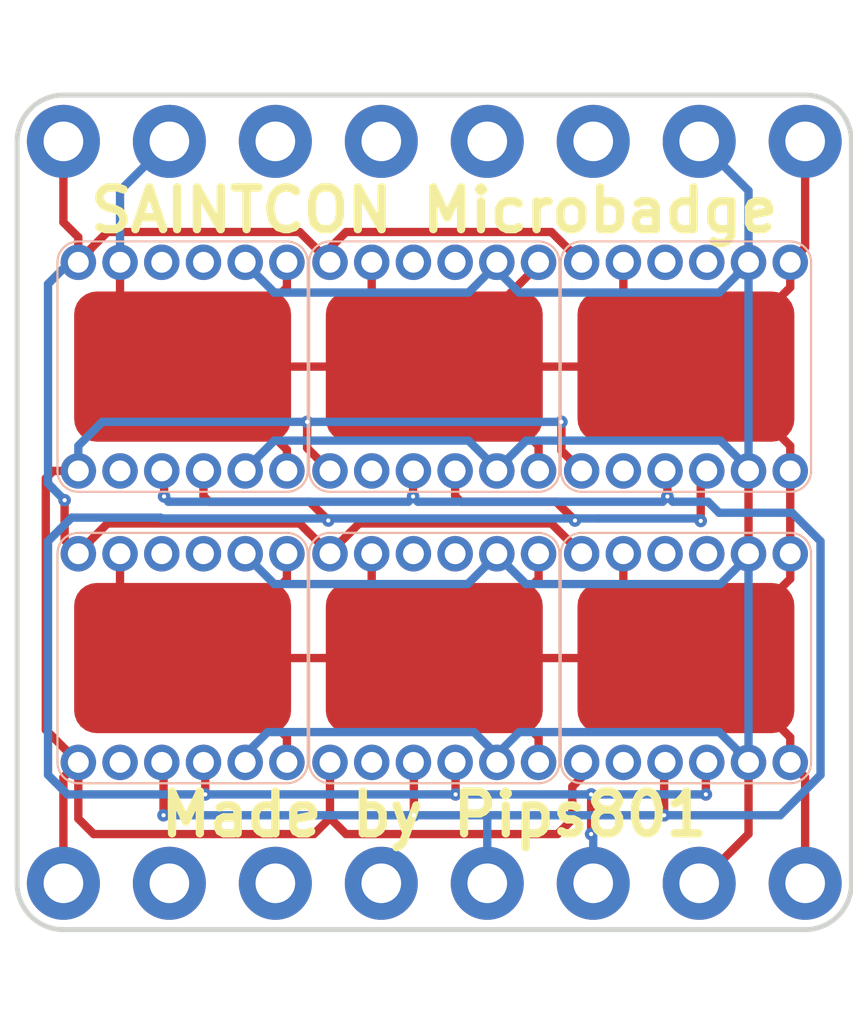
<source format=kicad_pcb>
(kicad_pcb (version 20241229) (generator "pcbnew") (generator_version "9.0")
  (layers (0 "F.Cu" signal) (2 "B.Cu" signal) (13 "F.Paste" user) (15 "B.Paste" user) (5 "F.SilkS" user "F.Silkscreen") (7 "B.SilkS" user "B.Silkscreen") (1 "F.Mask" user) (3 "B.Mask" user) (25 "Edge.Cuts" user))
  (net 0 "")
  (net 2 "+3.3V")
  (net 3 "+VBATT")
  (net 6 "GND")
  (net 7 "SCL")
  (net 8 "SDA")
  (net 9 "CLK")
  (footprint "Microbadge V2:Microbadge_V2_full_round_socket_reflective_GND" (layer "F.Cu") (at 104.4575 106.9975)
    (property "Reference" "MCB1" (hide yes))
    (property "Value" "Microbadge V2 Full" (hide yes))
    (fp_line (start -3 2.5) (end -3 -2.5) (stroke (width 0.05)) (layer "F.SilkS"))
    (fp_line (start -2.5 -3) (end 2.5 -3) (stroke (width 0.05)) (layer "F.SilkS"))
    (fp_line (start 2.5 3) (end -2.5 3) (stroke (width 0.05)) (layer "F.SilkS"))
    (fp_line (start 3 -2.5) (end 3 2.5) (stroke (width 0.05)) (layer "F.SilkS"))
    (fp_arc (start -3 -2.5) (mid -2.853553 -2.853553) (end -2.5 -3) (stroke (width 0.05)) (layer "F.SilkS"))
    (fp_arc (start -2.5 3) (mid -2.853553 2.853553) (end -3 2.5) (stroke (width 0.05)) (layer "F.SilkS"))
    (fp_arc (start 2.5 -3) (mid 2.853553 -2.853553) (end 3 -2.5) (stroke (width 0.05)) (layer "F.SilkS"))
    (fp_arc (start 3 2.5) (mid 2.853553 2.853553) (end 2.5 3) (stroke (width 0.05)) (layer "F.SilkS"))
    (fp_line (start -3 2.5) (end -3 -2.5) (stroke (width 0.05)) (layer "B.SilkS"))
    (fp_line (start -2.5 -3) (end 2.5 -3) (stroke (width 0.05)) (layer "B.SilkS"))
    (fp_line (start 2.5 3) (end -2.5 3) (stroke (width 0.05)) (layer "B.SilkS"))
    (fp_line (start 3 -2.5) (end 3 2.5) (stroke (width 0.05)) (layer "B.SilkS"))
    (fp_arc (start -3 -2.5) (mid -2.853553 -2.853553) (end -2.5 -3) (stroke (width 0.05)) (layer "B.SilkS"))
    (fp_arc (start -2.5 3) (mid -2.853553 2.853553) (end -3 2.5) (stroke (width 0.05)) (layer "B.SilkS"))
    (fp_arc (start 2.5 -3) (mid 2.853553 -2.853553) (end 3 -2.5) (stroke (width 0.05)) (layer "B.SilkS"))
    (fp_arc (start 3 2.5) (mid 2.853553 2.853553) (end 2.5 3) (stroke (width 0.05)) (layer "B.SilkS"))
    (pad "1" thru_hole circle (at -2.5 -2.5 90) (size 0.85 0.85) (drill 0.5) (layers "*.Cu" "*.Mask") (net 3 "+VBATT"))
    (pad "2" thru_hole circle (at -1.5 -2.5 90) (size 0.85 0.85) (drill 0.5) (layers "*.Cu" "*.Mask") (net 6 "GND"))
    (pad "3" thru_hole circle (at -0.5 -2.5 90) (size 0.85 0.85) (drill 0.5) (layers "*.Cu" "*.Mask"))
    (pad "4" thru_hole circle (at 0.5 -2.5 90) (size 0.85 0.85) (drill 0.5) (layers "*.Cu" "*.Mask"))
    (pad "5" thru_hole circle (at 1.5 -2.5 90) (size 0.85 0.85) (drill 0.5) (layers "*.Cu" "*.Mask") (net 2 "+3.3V"))
    (pad "6" thru_hole circle (at 2.5 -2.5 90) (size 0.85 0.85) (drill 0.5) (layers "*.Cu" "*.Mask") (net 6 "GND"))
    (pad "7" thru_hole circle (at -2.5 2.5 90) (size 0.85 0.85) (drill 0.5) (layers "*.Cu" "*.Mask") (net 9 "CLK"))
    (pad "8" thru_hole circle (at -1.5 2.5 90) (size 0.85 0.85) (drill 0.5) (layers "*.Cu" "*.Mask"))
    (pad "9" thru_hole circle (at -0.5 2.5 90) (size 0.85 0.85) (drill 0.5) (layers "*.Cu" "*.Mask") (net 7 "SCL"))
    (pad "10" thru_hole circle (at 0.5 2.5 90) (size 0.85 0.85) (drill 0.5) (layers "*.Cu" "*.Mask") (net 8 "SDA"))
    (pad "11" thru_hole circle (at 1.5 2.5 90) (size 0.85 0.85) (drill 0.5) (layers "*.Cu" "*.Mask") (net 2 "+3.3V"))
    (pad "12" smd roundrect (at 0 0) (size 5.2 3.6) (layers "F.Cu" "F.Mask" "F.Paste") (roundrect_rratio 0.15) (net 6 "GND"))
    (pad "12" thru_hole circle (at 2.5 2.5 90) (size 0.85 0.85) (drill 0.5) (layers "*.Cu" "*.Mask") (net 6 "GND"))
  )
  (footprint "Microbadge V2:Microbadge_V2_full_round_socket_reflective_GND" (layer "F.Cu") (at 110.49 113.9825)
    (property "Reference" "MCB5" (hide yes))
    (property "Value" "Microbadge V2 Full" (hide yes))
    (fp_line (start -3 2.5) (end -3 -2.5) (stroke (width 0.05)) (layer "F.SilkS"))
    (fp_line (start -2.5 -3) (end 2.5 -3) (stroke (width 0.05)) (layer "F.SilkS"))
    (fp_line (start 2.5 3) (end -2.5 3) (stroke (width 0.05)) (layer "F.SilkS"))
    (fp_line (start 3 -2.5) (end 3 2.5) (stroke (width 0.05)) (layer "F.SilkS"))
    (fp_arc (start -3 -2.5) (mid -2.853553 -2.853553) (end -2.5 -3) (stroke (width 0.05)) (layer "F.SilkS"))
    (fp_arc (start -2.5 3) (mid -2.853553 2.853553) (end -3 2.5) (stroke (width 0.05)) (layer "F.SilkS"))
    (fp_arc (start 2.5 -3) (mid 2.853553 -2.853553) (end 3 -2.5) (stroke (width 0.05)) (layer "F.SilkS"))
    (fp_arc (start 3 2.5) (mid 2.853553 2.853553) (end 2.5 3) (stroke (width 0.05)) (layer "F.SilkS"))
    (fp_line (start -3 2.5) (end -3 -2.5) (stroke (width 0.05)) (layer "B.SilkS"))
    (fp_line (start -2.5 -3) (end 2.5 -3) (stroke (width 0.05)) (layer "B.SilkS"))
    (fp_line (start 2.5 3) (end -2.5 3) (stroke (width 0.05)) (layer "B.SilkS"))
    (fp_line (start 3 -2.5) (end 3 2.5) (stroke (width 0.05)) (layer "B.SilkS"))
    (fp_arc (start -3 -2.5) (mid -2.853553 -2.853553) (end -2.5 -3) (stroke (width 0.05)) (layer "B.SilkS"))
    (fp_arc (start -2.5 3) (mid -2.853553 2.853553) (end -3 2.5) (stroke (width 0.05)) (layer "B.SilkS"))
    (fp_arc (start 2.5 -3) (mid 2.853553 -2.853553) (end 3 -2.5) (stroke (width 0.05)) (layer "B.SilkS"))
    (fp_arc (start 3 2.5) (mid 2.853553 2.853553) (end 2.5 3) (stroke (width 0.05)) (layer "B.SilkS"))
    (pad "1" thru_hole circle (at -2.5 -2.5 90) (size 0.85 0.85) (drill 0.5) (layers "*.Cu" "*.Mask") (net 3 "+VBATT"))
    (pad "2" thru_hole circle (at -1.5 -2.5 90) (size 0.85 0.85) (drill 0.5) (layers "*.Cu" "*.Mask") (net 6 "GND"))
    (pad "3" thru_hole circle (at -0.5 -2.5 90) (size 0.85 0.85) (drill 0.5) (layers "*.Cu" "*.Mask"))
    (pad "4" thru_hole circle (at 0.5 -2.5 90) (size 0.85 0.85) (drill 0.5) (layers "*.Cu" "*.Mask"))
    (pad "5" thru_hole circle (at 1.5 -2.5 90) (size 0.85 0.85) (drill 0.5) (layers "*.Cu" "*.Mask") (net 2 "+3.3V"))
    (pad "6" thru_hole circle (at 2.5 -2.5 90) (size 0.85 0.85) (drill 0.5) (layers "*.Cu" "*.Mask") (net 6 "GND"))
    (pad "7" thru_hole circle (at -2.5 2.5 90) (size 0.85 0.85) (drill 0.5) (layers "*.Cu" "*.Mask") (net 9 "CLK"))
    (pad "8" thru_hole circle (at -1.5 2.5 90) (size 0.85 0.85) (drill 0.5) (layers "*.Cu" "*.Mask"))
    (pad "9" thru_hole circle (at -0.5 2.5 90) (size 0.85 0.85) (drill 0.5) (layers "*.Cu" "*.Mask") (net 7 "SCL"))
    (pad "10" thru_hole circle (at 0.5 2.5 90) (size 0.85 0.85) (drill 0.5) (layers "*.Cu" "*.Mask") (net 8 "SDA"))
    (pad "11" thru_hole circle (at 1.5 2.5 90) (size 0.85 0.85) (drill 0.5) (layers "*.Cu" "*.Mask") (net 2 "+3.3V"))
    (pad "12" smd roundrect (at 0 0) (size 5.2 3.6) (layers "F.Cu" "F.Mask" "F.Paste") (roundrect_rratio 0.15) (net 6 "GND"))
    (pad "12" thru_hole circle (at 2.5 2.5 90) (size 0.85 0.85) (drill 0.5) (layers "*.Cu" "*.Mask") (net 6 "GND"))
  )
  (footprint "Microbadge V2:Microbadge_V2_full_round_socket_reflective_GND" (layer "F.Cu") (at 116.5225 113.9825)
    (property "Reference" "MCB6" (hide yes))
    (property "Value" "Microbadge V2 Full" (hide yes))
    (fp_line (start -3 2.5) (end -3 -2.5) (stroke (width 0.05)) (layer "F.SilkS"))
    (fp_line (start -2.5 -3) (end 2.5 -3) (stroke (width 0.05)) (layer "F.SilkS"))
    (fp_line (start 2.5 3) (end -2.5 3) (stroke (width 0.05)) (layer "F.SilkS"))
    (fp_line (start 3 -2.5) (end 3 2.5) (stroke (width 0.05)) (layer "F.SilkS"))
    (fp_arc (start -3 -2.5) (mid -2.853553 -2.853553) (end -2.5 -3) (stroke (width 0.05)) (layer "F.SilkS"))
    (fp_arc (start -2.5 3) (mid -2.853553 2.853553) (end -3 2.5) (stroke (width 0.05)) (layer "F.SilkS"))
    (fp_arc (start 2.5 -3) (mid 2.853553 -2.853553) (end 3 -2.5) (stroke (width 0.05)) (layer "F.SilkS"))
    (fp_arc (start 3 2.5) (mid 2.853553 2.853553) (end 2.5 3) (stroke (width 0.05)) (layer "F.SilkS"))
    (fp_line (start -3 2.5) (end -3 -2.5) (stroke (width 0.05)) (layer "B.SilkS"))
    (fp_line (start -2.5 -3) (end 2.5 -3) (stroke (width 0.05)) (layer "B.SilkS"))
    (fp_line (start 2.5 3) (end -2.5 3) (stroke (width 0.05)) (layer "B.SilkS"))
    (fp_line (start 3 -2.5) (end 3 2.5) (stroke (width 0.05)) (layer "B.SilkS"))
    (fp_arc (start -3 -2.5) (mid -2.853553 -2.853553) (end -2.5 -3) (stroke (width 0.05)) (layer "B.SilkS"))
    (fp_arc (start -2.5 3) (mid -2.853553 2.853553) (end -3 2.5) (stroke (width 0.05)) (layer "B.SilkS"))
    (fp_arc (start 2.5 -3) (mid 2.853553 -2.853553) (end 3 -2.5) (stroke (width 0.05)) (layer "B.SilkS"))
    (fp_arc (start 3 2.5) (mid 2.853553 2.853553) (end 2.5 3) (stroke (width 0.05)) (layer "B.SilkS"))
    (pad "1" thru_hole circle (at -2.5 -2.5 90) (size 0.85 0.85) (drill 0.5) (layers "*.Cu" "*.Mask") (net 3 "+VBATT"))
    (pad "2" thru_hole circle (at -1.5 -2.5 90) (size 0.85 0.85) (drill 0.5) (layers "*.Cu" "*.Mask") (net 6 "GND"))
    (pad "3" thru_hole circle (at -0.5 -2.5 90) (size 0.85 0.85) (drill 0.5) (layers "*.Cu" "*.Mask"))
    (pad "4" thru_hole circle (at 0.5 -2.5 90) (size 0.85 0.85) (drill 0.5) (layers "*.Cu" "*.Mask"))
    (pad "5" thru_hole circle (at 1.5 -2.5 90) (size 0.85 0.85) (drill 0.5) (layers "*.Cu" "*.Mask") (net 2 "+3.3V"))
    (pad "6" thru_hole circle (at 2.5 -2.5 90) (size 0.85 0.85) (drill 0.5) (layers "*.Cu" "*.Mask") (net 6 "GND"))
    (pad "7" thru_hole circle (at -2.5 2.5 90) (size 0.85 0.85) (drill 0.5) (layers "*.Cu" "*.Mask") (net 9 "CLK"))
    (pad "8" thru_hole circle (at -1.5 2.5 90) (size 0.85 0.85) (drill 0.5) (layers "*.Cu" "*.Mask"))
    (pad "9" thru_hole circle (at -0.5 2.5 90) (size 0.85 0.85) (drill 0.5) (layers "*.Cu" "*.Mask") (net 7 "SCL"))
    (pad "10" thru_hole circle (at 0.5 2.5 90) (size 0.85 0.85) (drill 0.5) (layers "*.Cu" "*.Mask") (net 8 "SDA"))
    (pad "11" thru_hole circle (at 1.5 2.5 90) (size 0.85 0.85) (drill 0.5) (layers "*.Cu" "*.Mask") (net 2 "+3.3V"))
    (pad "12" smd roundrect (at 0 0) (size 5.2 3.6) (layers "F.Cu" "F.Mask" "F.Paste") (roundrect_rratio 0.15) (net 6 "GND"))
    (pad "12" thru_hole circle (at 2.5 2.5 90) (size 0.85 0.85) (drill 0.5) (layers "*.Cu" "*.Mask") (net 6 "GND"))
  )
  (footprint "Microbadge V2:Microbadge_V2_full_round_socket_reflective_GND" (layer "F.Cu") (at 110.49 106.9975)
    (property "Reference" "MCB2" (hide yes))
    (property "Value" "Microbadge V2 Full" (hide yes))
    (fp_line (start -3 2.5) (end -3 -2.5) (stroke (width 0.05)) (layer "F.SilkS"))
    (fp_line (start -2.5 -3) (end 2.5 -3) (stroke (width 0.05)) (layer "F.SilkS"))
    (fp_line (start 2.5 3) (end -2.5 3) (stroke (width 0.05)) (layer "F.SilkS"))
    (fp_line (start 3 -2.5) (end 3 2.5) (stroke (width 0.05)) (layer "F.SilkS"))
    (fp_arc (start -3 -2.5) (mid -2.853553 -2.853553) (end -2.5 -3) (stroke (width 0.05)) (layer "F.SilkS"))
    (fp_arc (start -2.5 3) (mid -2.853553 2.853553) (end -3 2.5) (stroke (width 0.05)) (layer "F.SilkS"))
    (fp_arc (start 2.5 -3) (mid 2.853553 -2.853553) (end 3 -2.5) (stroke (width 0.05)) (layer "F.SilkS"))
    (fp_arc (start 3 2.5) (mid 2.853553 2.853553) (end 2.5 3) (stroke (width 0.05)) (layer "F.SilkS"))
    (fp_line (start -3 2.5) (end -3 -2.5) (stroke (width 0.05)) (layer "B.SilkS"))
    (fp_line (start -2.5 -3) (end 2.5 -3) (stroke (width 0.05)) (layer "B.SilkS"))
    (fp_line (start 2.5 3) (end -2.5 3) (stroke (width 0.05)) (layer "B.SilkS"))
    (fp_line (start 3 -2.5) (end 3 2.5) (stroke (width 0.05)) (layer "B.SilkS"))
    (fp_arc (start -3 -2.5) (mid -2.853553 -2.853553) (end -2.5 -3) (stroke (width 0.05)) (layer "B.SilkS"))
    (fp_arc (start -2.5 3) (mid -2.853553 2.853553) (end -3 2.5) (stroke (width 0.05)) (layer "B.SilkS"))
    (fp_arc (start 2.5 -3) (mid 2.853553 -2.853553) (end 3 -2.5) (stroke (width 0.05)) (layer "B.SilkS"))
    (fp_arc (start 3 2.5) (mid 2.853553 2.853553) (end 2.5 3) (stroke (width 0.05)) (layer "B.SilkS"))
    (pad "1" thru_hole circle (at -2.5 -2.5 90) (size 0.85 0.85) (drill 0.5) (layers "*.Cu" "*.Mask") (net 3 "+VBATT"))
    (pad "2" thru_hole circle (at -1.5 -2.5 90) (size 0.85 0.85) (drill 0.5) (layers "*.Cu" "*.Mask") (net 6 "GND"))
    (pad "3" thru_hole circle (at -0.5 -2.5 90) (size 0.85 0.85) (drill 0.5) (layers "*.Cu" "*.Mask"))
    (pad "4" thru_hole circle (at 0.5 -2.5 90) (size 0.85 0.85) (drill 0.5) (layers "*.Cu" "*.Mask"))
    (pad "5" thru_hole circle (at 1.5 -2.5 90) (size 0.85 0.85) (drill 0.5) (layers "*.Cu" "*.Mask") (net 2 "+3.3V"))
    (pad "6" thru_hole circle (at 2.5 -2.5 90) (size 0.85 0.85) (drill 0.5) (layers "*.Cu" "*.Mask") (net 6 "GND"))
    (pad "7" thru_hole circle (at -2.5 2.5 90) (size 0.85 0.85) (drill 0.5) (layers "*.Cu" "*.Mask") (net 9 "CLK"))
    (pad "8" thru_hole circle (at -1.5 2.5 90) (size 0.85 0.85) (drill 0.5) (layers "*.Cu" "*.Mask"))
    (pad "9" thru_hole circle (at -0.5 2.5 90) (size 0.85 0.85) (drill 0.5) (layers "*.Cu" "*.Mask") (net 7 "SCL"))
    (pad "10" thru_hole circle (at 0.5 2.5 90) (size 0.85 0.85) (drill 0.5) (layers "*.Cu" "*.Mask") (net 8 "SDA"))
    (pad "11" thru_hole circle (at 1.5 2.5 90) (size 0.85 0.85) (drill 0.5) (layers "*.Cu" "*.Mask") (net 2 "+3.3V"))
    (pad "12" smd roundrect (at 0 0) (size 5.2 3.6) (layers "F.Cu" "F.Mask" "F.Paste") (roundrect_rratio 0.15) (net 6 "GND"))
    (pad "12" thru_hole circle (at 2.5 2.5 90) (size 0.85 0.85) (drill 0.5) (layers "*.Cu" "*.Mask") (net 6 "GND"))
  )
  (footprint "MiniBadge:MiniBadge_Full" (layer "F.Cu") (at 100.33 100.33)
    (property "Reference" "MB1" (hide yes))
    (property "Value" "MiniBadge_Full")
    (fp_line (start 0.16 19.05) (end 0.16 1.27) (stroke (width 0.12)) (layer "Edge.Cuts"))
    (fp_line (start 1.27 0.16) (end 19.05 0.16) (stroke (width 0.12)) (layer "Edge.Cuts"))
    (fp_line (start 19.05 20.16) (end 1.27 20.16) (stroke (width 0.12)) (layer "Edge.Cuts"))
    (fp_line (start 20.16 1.27) (end 20.16 19.05) (stroke (width 0.12)) (layer "Edge.Cuts"))
    (fp_arc (start 0.16 1.27) (mid 0.485111 0.485111) (end 1.27 0.16) (stroke (width 0.12)) (layer "Edge.Cuts"))
    (fp_arc (start 1.27 20.16) (mid 0.485111 19.834889) (end 0.16 19.05) (stroke (width 0.12)) (layer "Edge.Cuts"))
    (fp_arc (start 19.05 0.16) (mid 19.834889 0.485111) (end 20.16 1.27) (stroke (width 0.12)) (layer "Edge.Cuts"))
    (fp_arc (start 20.16 19.05) (mid 19.834889 19.834889) (end 19.05 20.16) (stroke (width 0.12)) (layer "Edge.Cuts"))
    (pad "1" thru_hole circle (at 1.27 1.27) (size 1.75 1.75) (drill 0.95) (layers "*.Cu" "*.Mask") (net 3 "+VBATT"))
    (pad "2" thru_hole circle (at 3.81 1.27) (size 1.75 1.75) (drill 0.95) (layers "*.Cu" "*.Mask") (net 6 "GND"))
    (pad "3" thru_hole circle (at 6.35 1.27 90) (size 1.75 1.75) (drill 0.95) (layers "*.Cu" "*.Mask"))
    (pad "4" thru_hole circle (at 8.89 1.27) (size 1.75 1.75) (drill 0.95) (layers "*.Cu" "*.Mask"))
    (pad "5" thru_hole circle (at 11.43 1.27) (size 1.75 1.75) (drill 0.95) (layers "*.Cu" "*.Mask"))
    (pad "6" thru_hole circle (at 13.97 1.27) (size 1.75 1.75) (drill 0.95) (layers "*.Cu" "*.Mask"))
    (pad "7" thru_hole circle (at 16.51 1.27) (size 1.75 1.75) (drill 0.95) (layers "*.Cu" "*.Mask") (net 2 "+3.3V"))
    (pad "8" thru_hole circle (at 19.05 1.27) (size 1.75 1.75) (drill 0.95) (layers "*.Cu" "*.Mask") (net 6 "GND"))
    (pad "9" thru_hole circle (at 1.27 19.05) (size 1.75 1.75) (drill 0.95) (layers "*.Cu" "*.Mask") (net 9 "CLK"))
    (pad "10" thru_hole circle (at 3.81 19.05) (size 1.75 1.75) (drill 0.95) (layers "*.Cu" "*.Mask"))
    (pad "11" thru_hole circle (at 6.35 19.05) (size 1.75 1.75) (drill 0.95) (layers "*.Cu" "*.Mask"))
    (pad "12" thru_hole circle (at 8.89 19.05) (size 1.75 1.75) (drill 0.95) (layers "*.Cu" "*.Mask"))
    (pad "13" thru_hole circle (at 11.43 19.05) (size 1.75 1.75) (drill 0.95) (layers "*.Cu" "*.Mask") (net 7 "SCL"))
    (pad "14" thru_hole circle (at 13.97 19.05) (size 1.75 1.75) (drill 0.95) (layers "*.Cu" "*.Mask") (net 8 "SDA"))
    (pad "15" thru_hole circle (at 16.51 19.05) (size 1.75 1.75) (drill 0.95) (layers "*.Cu" "*.Mask") (net 2 "+3.3V"))
    (pad "16" thru_hole circle (at 19.05 19.05) (size 1.75 1.75) (drill 0.95) (layers "*.Cu" "*.Mask") (net 6 "GND"))
  )
  (footprint "Microbadge V2:Microbadge_V2_full_round_socket_reflective_GND" (layer "F.Cu") (at 104.4575 113.9825)
    (property "Reference" "MCB4" (hide yes))
    (property "Value" "Microbadge V2 Full" (hide yes))
    (fp_line (start -3 2.5) (end -3 -2.5) (stroke (width 0.05)) (layer "F.SilkS"))
    (fp_line (start -2.5 -3) (end 2.5 -3) (stroke (width 0.05)) (layer "F.SilkS"))
    (fp_line (start 2.5 3) (end -2.5 3) (stroke (width 0.05)) (layer "F.SilkS"))
    (fp_line (start 3 -2.5) (end 3 2.5) (stroke (width 0.05)) (layer "F.SilkS"))
    (fp_arc (start -3 -2.5) (mid -2.853553 -2.853553) (end -2.5 -3) (stroke (width 0.05)) (layer "F.SilkS"))
    (fp_arc (start -2.5 3) (mid -2.853553 2.853553) (end -3 2.5) (stroke (width 0.05)) (layer "F.SilkS"))
    (fp_arc (start 2.5 -3) (mid 2.853553 -2.853553) (end 3 -2.5) (stroke (width 0.05)) (layer "F.SilkS"))
    (fp_arc (start 3 2.5) (mid 2.853553 2.853553) (end 2.5 3) (stroke (width 0.05)) (layer "F.SilkS"))
    (fp_line (start -3 2.5) (end -3 -2.5) (stroke (width 0.05)) (layer "B.SilkS"))
    (fp_line (start -2.5 -3) (end 2.5 -3) (stroke (width 0.05)) (layer "B.SilkS"))
    (fp_line (start 2.5 3) (end -2.5 3) (stroke (width 0.05)) (layer "B.SilkS"))
    (fp_line (start 3 -2.5) (end 3 2.5) (stroke (width 0.05)) (layer "B.SilkS"))
    (fp_arc (start -3 -2.5) (mid -2.853553 -2.853553) (end -2.5 -3) (stroke (width 0.05)) (layer "B.SilkS"))
    (fp_arc (start -2.5 3) (mid -2.853553 2.853553) (end -3 2.5) (stroke (width 0.05)) (layer "B.SilkS"))
    (fp_arc (start 2.5 -3) (mid 2.853553 -2.853553) (end 3 -2.5) (stroke (width 0.05)) (layer "B.SilkS"))
    (fp_arc (start 3 2.5) (mid 2.853553 2.853553) (end 2.5 3) (stroke (width 0.05)) (layer "B.SilkS"))
    (pad "1" thru_hole circle (at -2.5 -2.5 90) (size 0.85 0.85) (drill 0.5) (layers "*.Cu" "*.Mask") (net 3 "+VBATT"))
    (pad "2" thru_hole circle (at -1.5 -2.5 90) (size 0.85 0.85) (drill 0.5) (layers "*.Cu" "*.Mask") (net 6 "GND"))
    (pad "3" thru_hole circle (at -0.5 -2.5 90) (size 0.85 0.85) (drill 0.5) (layers "*.Cu" "*.Mask"))
    (pad "4" thru_hole circle (at 0.5 -2.5 90) (size 0.85 0.85) (drill 0.5) (layers "*.Cu" "*.Mask"))
    (pad "5" thru_hole circle (at 1.5 -2.5 90) (size 0.85 0.85) (drill 0.5) (layers "*.Cu" "*.Mask") (net 2 "+3.3V"))
    (pad "6" thru_hole circle (at 2.5 -2.5 90) (size 0.85 0.85) (drill 0.5) (layers "*.Cu" "*.Mask") (net 6 "GND"))
    (pad "7" thru_hole circle (at -2.5 2.5 90) (size 0.85 0.85) (drill 0.5) (layers "*.Cu" "*.Mask") (net 9 "CLK"))
    (pad "8" thru_hole circle (at -1.5 2.5 90) (size 0.85 0.85) (drill 0.5) (layers "*.Cu" "*.Mask"))
    (pad "9" thru_hole circle (at -0.5 2.5 90) (size 0.85 0.85) (drill 0.5) (layers "*.Cu" "*.Mask") (net 7 "SCL"))
    (pad "10" thru_hole circle (at 0.5 2.5 90) (size 0.85 0.85) (drill 0.5) (layers "*.Cu" "*.Mask") (net 8 "SDA"))
    (pad "11" thru_hole circle (at 1.5 2.5 90) (size 0.85 0.85) (drill 0.5) (layers "*.Cu" "*.Mask") (net 2 "+3.3V"))
    (pad "12" smd roundrect (at 0 0) (size 5.2 3.6) (layers "F.Cu" "F.Mask" "F.Paste") (roundrect_rratio 0.15) (net 6 "GND"))
    (pad "12" thru_hole circle (at 2.5 2.5 90) (size 0.85 0.85) (drill 0.5) (layers "*.Cu" "*.Mask") (net 6 "GND"))
  )
  (footprint "Microbadge V2:Microbadge_V2_full_round_socket_reflective_GND" (layer "F.Cu") (at 116.5225 106.9975)
    (property "Reference" "MCB3" (hide yes))
    (property "Value" "Microbadge V2 Full" (hide yes))
    (fp_line (start -3 2.5) (end -3 -2.5) (stroke (width 0.05)) (layer "F.SilkS"))
    (fp_line (start -2.5 -3) (end 2.5 -3) (stroke (width 0.05)) (layer "F.SilkS"))
    (fp_line (start 2.5 3) (end -2.5 3) (stroke (width 0.05)) (layer "F.SilkS"))
    (fp_line (start 3 -2.5) (end 3 2.5) (stroke (width 0.05)) (layer "F.SilkS"))
    (fp_arc (start -3 -2.5) (mid -2.853553 -2.853553) (end -2.5 -3) (stroke (width 0.05)) (layer "F.SilkS"))
    (fp_arc (start -2.5 3) (mid -2.853553 2.853553) (end -3 2.5) (stroke (width 0.05)) (layer "F.SilkS"))
    (fp_arc (start 2.5 -3) (mid 2.853553 -2.853553) (end 3 -2.5) (stroke (width 0.05)) (layer "F.SilkS"))
    (fp_arc (start 3 2.5) (mid 2.853553 2.853553) (end 2.5 3) (stroke (width 0.05)) (layer "F.SilkS"))
    (fp_line (start -3 2.5) (end -3 -2.5) (stroke (width 0.05)) (layer "B.SilkS"))
    (fp_line (start -2.5 -3) (end 2.5 -3) (stroke (width 0.05)) (layer "B.SilkS"))
    (fp_line (start 2.5 3) (end -2.5 3) (stroke (width 0.05)) (layer "B.SilkS"))
    (fp_line (start 3 -2.5) (end 3 2.5) (stroke (width 0.05)) (layer "B.SilkS"))
    (fp_arc (start -3 -2.5) (mid -2.853553 -2.853553) (end -2.5 -3) (stroke (width 0.05)) (layer "B.SilkS"))
    (fp_arc (start -2.5 3) (mid -2.853553 2.853553) (end -3 2.5) (stroke (width 0.05)) (layer "B.SilkS"))
    (fp_arc (start 2.5 -3) (mid 2.853553 -2.853553) (end 3 -2.5) (stroke (width 0.05)) (layer "B.SilkS"))
    (fp_arc (start 3 2.5) (mid 2.853553 2.853553) (end 2.5 3) (stroke (width 0.05)) (layer "B.SilkS"))
    (pad "1" thru_hole circle (at -2.5 -2.5 90) (size 0.85 0.85) (drill 0.5) (layers "*.Cu" "*.Mask") (net 3 "+VBATT"))
    (pad "2" thru_hole circle (at -1.5 -2.5 90) (size 0.85 0.85) (drill 0.5) (layers "*.Cu" "*.Mask") (net 6 "GND"))
    (pad "3" thru_hole circle (at -0.5 -2.5 90) (size 0.85 0.85) (drill 0.5) (layers "*.Cu" "*.Mask"))
    (pad "4" thru_hole circle (at 0.5 -2.5 90) (size 0.85 0.85) (drill 0.5) (layers "*.Cu" "*.Mask"))
    (pad "5" thru_hole circle (at 1.5 -2.5 90) (size 0.85 0.85) (drill 0.5) (layers "*.Cu" "*.Mask") (net 2 "+3.3V"))
    (pad "6" thru_hole circle (at 2.5 -2.5 90) (size 0.85 0.85) (drill 0.5) (layers "*.Cu" "*.Mask") (net 6 "GND"))
    (pad "7" thru_hole circle (at -2.5 2.5 90) (size 0.85 0.85) (drill 0.5) (layers "*.Cu" "*.Mask") (net 9 "CLK"))
    (pad "8" thru_hole circle (at -1.5 2.5 90) (size 0.85 0.85) (drill 0.5) (layers "*.Cu" "*.Mask"))
    (pad "9" thru_hole circle (at -0.5 2.5 90) (size 0.85 0.85) (drill 0.5) (layers "*.Cu" "*.Mask") (net 7 "SCL"))
    (pad "10" thru_hole circle (at 0.5 2.5 90) (size 0.85 0.85) (drill 0.5) (layers "*.Cu" "*.Mask") (net 8 "SDA"))
    (pad "11" thru_hole circle (at 1.5 2.5 90) (size 0.85 0.85) (drill 0.5) (layers "*.Cu" "*.Mask") (net 2 "+3.3V"))
    (pad "12" smd roundrect (at 0 0) (size 5.2 3.6) (layers "F.Cu" "F.Mask" "F.Paste") (roundrect_rratio 0.15) (net 6 "GND"))
    (pad "12" thru_hole circle (at 2.5 2.5 90) (size 0.85 0.85) (drill 0.5) (layers "*.Cu" "*.Mask") (net 6 "GND"))
  )
  (gr_text "SAINTCON Microbadge" (at 110.49 103.251 0) (layer "F.SilkS") (effects (font (size 1 1) (thickness 0.2) (bold yes))))
  (gr_text "Made by Pips801" (at 110.49 117.729 0) (layer "F.SilkS") (effects (font (size 1 1) (thickness 0.2) (bold yes))))
  (segment (start 118.0225 118.1975) (end 116.84 119.38) (width 0.2) (layer "F.Cu") (net 2))
  (segment (start 118.0225 116.4825) (end 118.0225 118.1975) (width 0.2) (layer "F.Cu") (net 2))
  (segment (start 118.0225 109.4975) (end 118.0225 111.4825) (width 0.2) (layer "F.Cu") (net 2))
  (segment (start 111.99 111.50922) (end 111.99 111.4825) (width 0.2) (layer "B.Cu") (net 2))
  (segment (start 111.716 111.78322) (end 111.29072 112.2085) (width 0.2) (layer "B.Cu") (net 2))
  (segment (start 118.0225 102.7825) (end 118.0225 104.4975) (width 0.2) (layer "B.Cu") (net 2))
  (segment (start 106.65678 105.2235) (end 105.9575 104.52422) (width 0.2) (layer "B.Cu") (net 2))
  (segment (start 111.99 104.6875) (end 111.99 104.4975) (width 0.2) (layer "B.Cu") (net 2))
  (segment (start 111.99 116.4825) (end 111.99 116.304) (width 0.2) (layer "B.Cu") (net 2))
  (segment (start 111.99 109.4975) (end 111.99 109.45) (width 0.2) (layer "B.Cu") (net 2))
  (segment (start 111.4425 115.7565) (end 106.4935 115.7565) (width 0.2) (layer "B.Cu") (net 2))
  (segment (start 106.2315 109.19678) (end 106.2315 109.2235) (width 0.2) (layer "B.Cu") (net 2))
  (segment (start 118.0225 109.4975) (end 118.0225 109.44396) (width 0.2) (layer "B.Cu") (net 2))
  (segment (start 117.35004 108.7715) (end 112.68928 108.7715) (width 0.2) (layer "B.Cu") (net 2))
  (segment (start 111.99 104.545) (end 111.3115 105.2235) (width 0.2) (layer "B.Cu") (net 2))
  (segment (start 112.264 109.2235) (end 111.99 109.4975) (width 0.2) (layer "B.Cu") (net 2))
  (segment (start 106.2315 109.2235) (end 105.9575 109.4975) (width 0.2) (layer "B.Cu") (net 2))
  (segment (start 111.716 111.7565) (end 111.716 111.78322) (width 0.2) (layer "B.Cu") (net 2))
  (segment (start 111.99 104.4975) (end 111.99 104.545) (width 0.2) (layer "B.Cu") (net 2))
  (segment (start 117.7485 104.7715) (end 117.7485 104.79822) (width 0.2) (layer "B.Cu") (net 2))
  (segment (start 106.4935 115.7565) (end 105.9575 116.2925) (width 0.2) (layer "B.Cu") (net 2))
  (segment (start 117.35004 112.2085) (end 112.68928 112.2085) (width 0.2) (layer "B.Cu") (net 2))
  (segment (start 118.0225 104.4975) (end 118.0225 109.4975) (width 0.2) (layer "B.Cu") (net 2))
  (segment (start 117.32322 115.7565) (end 112.526 115.7565) (width 0.2) (layer "B.Cu") (net 2))
  (segment (start 105.9575 116.2925) (end 105.9575 116.4825) (width 0.2) (layer "B.Cu") (net 2))
  (segment (start 116.84 101.6) (end 118.0225 102.7825) (width 0.2) (layer "B.Cu") (net 2))
  (segment (start 118.0225 109.44396) (end 117.35004 108.7715) (width 0.2) (layer "B.Cu") (net 2))
  (segment (start 111.99 111.4825) (end 111.716 111.7565) (width 0.2) (layer "B.Cu") (net 2))
  (segment (start 112.526 105.2235) (end 111.99 104.6875) (width 0.2) (layer "B.Cu") (net 2))
  (segment (start 118.0225 111.4825) (end 118.0225 116.4825) (width 0.2) (layer "B.Cu") (net 2))
  (segment (start 118.0225 111.53604) (end 117.35004 112.2085) (width 0.2) (layer "B.Cu") (net 2))
  (segment (start 118.0225 104.4975) (end 117.7485 104.7715) (width 0.2) (layer "B.Cu") (net 2))
  (segment (start 111.29072 112.2085) (end 106.65678 112.2085) (width 0.2) (layer "B.Cu") (net 2))
  (segment (start 112.68928 108.7715) (end 112.264 109.19678) (width 0.2) (layer "B.Cu") (net 2))
  (segment (start 117.32322 105.2235) (end 112.526 105.2235) (width 0.2) (layer "B.Cu") (net 2))
  (segment (start 111.99 116.304) (end 111.4425 115.7565) (width 0.2) (layer "B.Cu") (net 2))
  (segment (start 117.7485 116.18178) (end 117.32322 115.7565) (width 0.2) (layer "B.Cu") (net 2))
  (segment (start 105.9575 111.50922) (end 105.9575 111.4825) (width 0.2) (layer "B.Cu") (net 2))
  (segment (start 111.99 109.45) (end 111.3115 108.7715) (width 0.2) (layer "B.Cu") (net 2))
  (segment (start 111.3115 105.2235) (end 106.65678 105.2235) (width 0.2) (layer "B.Cu") (net 2))
  (segment (start 105.9575 104.52422) (end 105.9575 104.4975) (width 0.2) (layer "B.Cu") (net 2))
  (segment (start 118.0225 111.4825) (end 118.0225 111.53604) (width 0.2) (layer "B.Cu") (net 2))
  (segment (start 111.3115 108.7715) (end 106.65678 108.7715) (width 0.2) (layer "B.Cu") (net 2))
  (segment (start 112.264 109.19678) (end 112.264 109.2235) (width 0.2) (layer "B.Cu") (net 2))
  (segment (start 117.7485 104.79822) (end 117.32322 105.2235) (width 0.2) (layer "B.Cu") (net 2))
  (segment (start 112.68928 112.2085) (end 111.99 111.50922) (width 0.2) (layer "B.Cu") (net 2))
  (segment (start 112.526 115.7565) (end 111.99 116.2925) (width 0.2) (layer "B.Cu") (net 2))
  (segment (start 111.99 116.2925) (end 111.99 116.4825) (width 0.2) (layer "B.Cu") (net 2))
  (segment (start 106.65678 108.7715) (end 106.2315 109.19678) (width 0.2) (layer "B.Cu") (net 2))
  (segment (start 106.65678 112.2085) (end 105.9575 111.50922) (width 0.2) (layer "B.Cu") (net 2))
  (segment (start 117.7485 116.2085) (end 117.7485 116.18178) (width 0.2) (layer "B.Cu") (net 2))
  (segment (start 118.0225 116.4825) (end 117.7485 116.2085) (width 0.2) (layer "B.Cu") (net 2))
  (segment (start 102.2315 104.19678) (end 102.65678 103.7715) (width 0.2) (layer "F.Cu") (net 3))
  (segment (start 101.628782 111.153782) (end 101.9575 111.4825) (width 0.2) (layer "F.Cu") (net 3))
  (segment (start 102.2315 111.18178) (end 102.65678 110.7565) (width 0.2) (layer "F.Cu") (net 3))
  (segment (start 102.2315 104.2235) (end 102.2315 104.19678) (width 0.2) (layer "F.Cu") (net 3))
  (segment (start 108.68928 110.7565) (end 113.2965 110.7565) (width 0.2) (layer "F.Cu") (net 3))
  (segment (start 107.99 111.4825) (end 107.99 111.45578) (width 0.2) (layer "F.Cu") (net 3))
  (segment (start 101.9575 111.4825) (end 102.2315 111.2085) (width 0.2) (layer "F.Cu") (net 3))
  (segment (start 101.9575 104.4975) (end 101.9575 103.89646) (width 0.2) (layer "F.Cu") (net 3))
  (segment (start 113.2965 103.7715) (end 114.0225 104.4975) (width 0.2) (layer "F.Cu") (net 3))
  (segment (start 101.9575 104.4975) (end 102.2315 104.2235) (width 0.2) (layer "F.Cu") (net 3))
  (segment (start 107.99 104.15646) (end 108.37496 103.7715) (width 0.2) (layer "F.Cu") (net 3))
  (segment (start 101.6 103.53896) (end 101.9575 103.89646) (width 0.2) (layer "F.Cu") (net 3))
  (segment (start 101.6 101.6) (end 101.6 103.53896) (width 0.2) (layer "F.Cu") (net 3))
  (segment (start 101.628782 110.199334) (end 101.628782 111.153782) (width 0.2) (layer "F.Cu") (net 3))
  (segment (start 107.264 110.7565) (end 107.99 111.4825) (width 0.2) (layer "F.Cu") (net 3))
  (segment (start 107.99 104.4975) (end 107.99 104.15646) (width 0.2) (layer "F.Cu") (net 3))
  (segment (start 102.65678 110.7565) (end 107.264 110.7565) (width 0.2) (layer "F.Cu") (net 3))
  (segment (start 107.99 111.45578) (end 108.68928 110.7565) (width 0.2) (layer "F.Cu") (net 3))
  (segment (start 102.65678 103.7715) (end 107.264 103.7715) (width 0.2) (layer "F.Cu") (net 3))
  (segment (start 102.2315 111.2085) (end 102.2315 111.18178) (width 0.2) (layer "F.Cu") (net 3))
  (segment (start 107.264 103.7715) (end 107.99 104.4975) (width 0.2) (layer "F.Cu") (net 3))
  (segment (start 108.37496 103.7715) (end 113.2965 103.7715) (width 0.2) (layer "F.Cu") (net 3))
  (segment (start 113.2965 110.7565) (end 114.0225 111.4825) (width 0.2) (layer "F.Cu") (net 3))
  (via micro (at 101.628782 110.199334) (size 0.3) (drill 0.1) (layers "F.Cu" "B.Cu") (net 3))
  (segment (start 101.346 109.91272) (end 101.346 109.916552) (width 0.2) (layer "B.Cu") (net 3))
  (segment (start 101.346 109.916552) (end 101.628782 110.199334) (width 0.2) (layer "B.Cu") (net 3))
  (segment (start 101.7505 104.4975) (end 101.2315 105.0165) (width 0.2) (layer "B.Cu") (net 3))
  (segment (start 101.2315 109.79822) (end 101.346 109.91272) (width 0.2) (layer "B.Cu") (net 3))
  (segment (start 101.9575 104.4975) (end 101.7505 104.4975) (width 0.2) (layer "B.Cu") (net 3))
  (segment (start 101.2315 105.0165) (end 101.2315 109.79822) (width 0.2) (layer "B.Cu") (net 3))
  (segment (start 112.99 115.88146) (end 112.99 116.4825) (width 0.2) (layer "F.Cu") (net 6))
  (segment (start 116.5225 113.9825) (end 115.0225 112.4825) (width 0.2) (layer "F.Cu") (net 6))
  (segment (start 116.5225 106.9975) (end 115.0225 105.4975) (width 0.2) (layer "F.Cu") (net 6))
  (segment (start 116.5225 106.9975) (end 117.12354 106.9975) (width 0.2) (layer "F.Cu") (net 6))
  (segment (start 112.99 112.08354) (end 112.99 111.4825) (width 0.2) (layer "F.Cu") (net 6))
  (segment (start 119.0225 115.88146) (end 119.0225 116.4825) (width 0.2) (layer "F.Cu") (net 6))
  (segment (start 105.05854 113.9825) (end 106.9575 115.88146) (width 0.2) (layer "F.Cu") (net 6))
  (segment (start 108.99 105.4975) (end 108.99 104.4975) (width 0.2) (layer "F.Cu") (net 6))
  (segment (start 110.49 106.9975) (end 111.09104 106.9975) (width 0.2) (layer "F.Cu") (net 6))
  (segment (start 110.49 106.9975) (end 110.5535 106.9975) (width 0.2) (layer "F.Cu") (net 6))
  (segment (start 110.49 113.9825) (end 111.09104 113.9825) (width 0.2) (layer "F.Cu") (net 6))
  (segment (start 116.5225 113.9825) (end 117.12354 113.9825) (width 0.2) (layer "F.Cu") (net 6))
  (segment (start 104.4575 113.9825) (end 105.05854 113.9825) (width 0.2) (layer "F.Cu") (net 6))
  (segment (start 117.12354 113.9825) (end 119.0225 112.08354) (width 0.2) (layer "F.Cu") (net 6))
  (segment (start 117.12354 113.9825) (end 119.0225 115.88146) (width 0.2) (layer "F.Cu") (net 6))
  (segment (start 104.4575 106.9975) (end 102.9575 105.4975) (width 0.2) (layer "F.Cu") (net 6))
  (segment (start 104.9655 106.9975) (end 106.9575 108.9895) (width 0.2) (layer "F.Cu") (net 6))
  (segment (start 112.99 108.89646) (end 112.99 109.4975) (width 0.2) (layer "F.Cu") (net 6))
  (segment (start 119.0225 108.89646) (end 119.0225 109.4975) (width 0.2) (layer "F.Cu") (net 6))
  (segment (start 111.09104 106.9975) (end 112.99 108.89646) (width 0.2) (layer "F.Cu") (net 6))
  (segment (start 106.9575 112.08972) (end 106.9575 111.4825) (width 0.2) (layer "F.Cu") (net 6))
  (segment (start 115.0225 105.4975) (end 115.0225 104.4975) (width 0.2) (layer "F.Cu") (net 6))
  (segment (start 110.5535 106.9975) (end 112.99 104.561) (width 0.2) (layer "F.Cu") (net 6))
  (segment (start 104.4575 113.9825) (end 105.06472 113.9825) (width 0.2) (layer "F.Cu") (net 6))
  (segment (start 110.49 113.9825) (end 104.4575 113.9825) (width 0.2) (layer "F.Cu") (net 6))
  (segment (start 115.0225 112.4825) (end 115.0225 111.4825) (width 0.2) (layer "F.Cu") (net 6))
  (segment (start 105.05854 106.9975) (end 106.9575 105.09854) (width 0.2) (layer "F.Cu") (net 6))
  (segment (start 119.0225 112.08354) (end 119.0225 111.4825) (width 0.2) (layer "F.Cu") (net 6))
  (segment (start 104.4575 113.9825) (end 102.9575 112.4825) (width 0.2) (layer "F.Cu") (net 6))
  (segment (start 119.38 104.14) (end 119.0225 104.4975) (width 0.2) (layer "F.Cu") (net 6))
  (segment (start 117.12354 106.9975) (end 119.0225 108.89646) (width 0.2) (layer "F.Cu") (net 6))
  (segment (start 119.0225 105.09854) (end 119.0225 104.4975) (width 0.2) (layer "F.Cu") (net 6))
  (segment (start 105.06472 113.9825) (end 106.9575 112.08972) (width 0.2) (layer "F.Cu") (net 6))
  (segment (start 112.99 104.561) (end 112.99 104.4975) (width 0.2) (layer "F.Cu") (net 6))
  (segment (start 108.99 112.4825) (end 108.99 111.4825) (width 0.2) (layer "F.Cu") (net 6))
  (segment (start 106.9575 115.88146) (end 106.9575 116.4825) (width 0.2) (layer "F.Cu") (net 6))
  (segment (start 119.0225 111.4825) (end 119.0225 109.4975) (width 0.2) (layer "F.Cu") (net 6))
  (segment (start 102.9575 112.4825) (end 102.9575 111.4825) (width 0.2) (layer "F.Cu") (net 6))
  (segment (start 102.9575 105.4975) (end 102.9575 104.4975) (width 0.2) (layer "F.Cu") (net 6))
  (segment (start 111.09104 113.9825) (end 112.99 115.88146) (width 0.2) (layer "F.Cu") (net 6))
  (segment (start 110.49 106.9975) (end 104.4575 106.9975) (width 0.2) (layer "F.Cu") (net 6))
  (segment (start 104.4575 106.9975) (end 105.05854 106.9975) (width 0.2) (layer "F.Cu") (net 6))
  (segment (start 119.38 101.6) (end 119.38 104.14) (width 0.2) (layer "F.Cu") (net 6))
  (segment (start 110.49 113.9825) (end 108.99 112.4825) (width 0.2) (layer "F.Cu") (net 6))
  (segment (start 104.4575 106.9975) (end 104.9655 106.9975) (width 0.2) (layer "F.Cu") (net 6))
  (segment (start 106.9575 108.9895) (end 106.9575 109.4975) (width 0.2) (layer "F.Cu") (net 6))
  (segment (start 116.5225 113.9825) (end 110.49 113.9825) (width 0.2) (layer "F.Cu") (net 6))
  (segment (start 111.09104 113.9825) (end 112.99 112.08354) (width 0.2) (layer "F.Cu") (net 6))
  (segment (start 106.9575 105.09854) (end 106.9575 104.4975) (width 0.2) (layer "F.Cu") (net 6))
  (segment (start 110.49 106.9975) (end 108.99 105.4975) (width 0.2) (layer "F.Cu") (net 6))
  (segment (start 117.12354 106.9975) (end 119.0225 105.09854) (width 0.2) (layer "F.Cu") (net 6))
  (segment (start 119.38 116.84) (end 119.0225 116.4825) (width 0.2) (layer "F.Cu") (net 6))
  (segment (start 119.38 119.38) (end 119.38 116.84) (width 0.2) (layer "F.Cu") (net 6))
  (segment (start 116.5225 106.9975) (end 110.49 106.9975) (width 0.2) (layer "F.Cu") (net 6))
  (segment (start 104.14 101.6) (end 102.9575 102.7825) (width 0.2) (layer "B.Cu") (net 6))
  (segment (start 102.9575 102.7825) (end 102.9575 104.4975) (width 0.2) (layer "B.Cu") (net 6))
  (segment (start 104 117.75) (end 104 116.525) (width 0.2) (layer "F.Cu") (net 7))
  (segment (start 110 117.75) (end 110 116.4925) (width 0.2) (layer "F.Cu") (net 7))
  (segment (start 116.078 110.109) (end 116.078 109.553) (width 0.2) (layer "F.Cu") (net 7))
  (segment (start 104 116.525) (end 103.9575 116.4825) (width 0.2) (layer "F.Cu") (net 7))
  (segment (start 116 116.505) (end 116.0225 116.4825) (width 0.2) (layer "F.Cu") (net 7))
  (segment (start 104.013 109.553) (end 103.9575 109.4975) (width 0.2) (layer "F.Cu") (net 7))
  (segment (start 116 117.75) (end 116 116.505) (width 0.2) (layer "F.Cu") (net 7))
  (segment (start 109.982 110.109) (end 109.982 109.5055) (width 0.2) (layer "F.Cu") (net 7))
  (segment (start 104.013 110.109) (end 104.013 109.553) (width 0.2) (layer "F.Cu") (net 7))
  (segment (start 109.982 109.5055) (end 109.99 109.4975) (width 0.2) (layer "F.Cu") (net 7))
  (segment (start 116.078 109.553) (end 116.0225 109.4975) (width 0.2) (layer "F.Cu") (net 7))
  (segment (start 110 116.4925) (end 109.99 116.4825) (width 0.2) (layer "F.Cu") (net 7))
  (via micro (at 109.982 110.109) (size 0.3) (drill 0.1) (layers "F.Cu" "B.Cu") (net 7))
  (via micro (at 104 117.75) (size 0.3) (drill 0.1) (layers "F.Cu" "B.Cu") (net 7))
  (via micro (at 104.013 110.109) (size 0.3) (drill 0.1) (layers "F.Cu" "B.Cu") (net 7))
  (via micro (at 116.078 110.109) (size 0.3) (drill 0.1) (layers "F.Cu" "B.Cu") (net 7))
  (via micro (at 110 117.75) (size 0.3) (drill 0.1) (layers "F.Cu" "B.Cu") (net 7))
  (via micro (at 116 117.75) (size 0.3) (drill 0.1) (layers "F.Cu" "B.Cu") (net 7))
  (segment (start 110 117.75) (end 104 117.75) (width 0.2) (layer "B.Cu") (net 7))
  (segment (start 117.3171 110.5) (end 117.0531 110.236) (width 0.2) (layer "B.Cu") (net 7))
  (segment (start 117.0531 110.236) (end 116.205 110.236) (width 0.2) (layer "B.Cu") (net 7))
  (segment (start 111.75 117.75) (end 116 117.75) (width 0.2) (layer "B.Cu") (net 7))
  (segment (start 104.113 110.209) (end 104.113 110.236) (width 0.2) (layer "B.Cu") (net 7))
  (segment (start 104.013 110.109) (end 104.113 110.209) (width 0.2) (layer "B.Cu") (net 7))
  (segment (start 104.113 110.236) (end 109.869 110.236) (width 0.2) (layer "B.Cu") (net 7))
  (segment (start 116.205 110.236) (end 116.078 110.109) (width 0.2) (layer "B.Cu") (net 7))
  (segment (start 116 117.75) (end 118.78172 117.75) (width 0.2) (layer "B.Cu") (net 7))
  (segment (start 109.982 110.123) (end 109.982 110.109) (width 0.2) (layer "B.Cu") (net 7))
  (segment (start 109.869 110.236) (end 109.982 110.123) (width 0.2) (layer "B.Cu") (net 7))
  (segment (start 119.06672 110.5) (end 117.3171 110.5) (width 0.2) (layer "B.Cu") (net 7))
  (segment (start 111.76 117.76) (end 111.75 117.75) (width 0.2) (layer "B.Cu") (net 7))
  (segment (start 116.078 110.109) (end 116.078 110.123) (width 0.2) (layer "B.Cu") (net 7))
  (segment (start 115.965 110.236) (end 110.095 110.236) (width 0.2) (layer "B.Cu") (net 7))
  (segment (start 110 117.75) (end 111.75 117.75) (width 0.2) (layer "B.Cu") (net 7))
  (segment (start 110.095 110.236) (end 109.982 110.123) (width 0.2) (layer "B.Cu") (net 7))
  (segment (start 111.76 119.38) (end 111.76 117.76) (width 0.2) (layer "B.Cu") (net 7))
  (segment (start 118.78172 117.75) (end 119.7485 116.78322) (width 0.2) (layer "B.Cu") (net 7))
  (segment (start 119.7485 111.18178) (end 119.06672 110.5) (width 0.2) (layer "B.Cu") (net 7))
  (segment (start 119.7485 116.78322) (end 119.7485 111.18178) (width 0.2) (layer "B.Cu") (net 7))
  (segment (start 116.078 110.123) (end 115.965 110.236) (width 0.2) (layer "B.Cu") (net 7))
  (segment (start 110.99 110.09854) (end 110.99 109.4975) (width 0.2) (layer "F.Cu") (net 8))
  (segment (start 105 116.525) (end 104.9575 116.4825) (width 0.2) (layer "F.Cu") (net 8))
  (segment (start 105.09496 110.236) (end 104.9575 110.09854) (width 0.2) (layer "F.Cu") (net 8))
  (segment (start 116.876851 110.696149) (end 116.876851 109.643149) (width 0.2) (layer "F.Cu") (net 8))
  (segment (start 113.412395 110.236) (end 111.12746 110.236) (width 0.2) (layer "F.Cu") (net 8))
  (segment (start 107.95 110.686) (end 107.5 110.236) (width 0.2) (layer "F.Cu") (net 8))
  (segment (start 116.876851 109.643149) (end 117.0225 109.4975) (width 0.2) (layer "F.Cu") (net 8))
  (segment (start 104.9575 110.09854) (end 104.9575 109.4975) (width 0.2) (layer "F.Cu") (net 8))
  (segment (start 111 116.4925) (end 110.99 116.4825) (width 0.2) (layer "F.Cu") (net 8))
  (segment (start 117 116.505) (end 117.0225 116.4825) (width 0.2) (layer "F.Cu") (net 8))
  (segment (start 111.12746 110.236) (end 110.99 110.09854) (width 0.2) (layer "F.Cu") (net 8))
  (segment (start 107.5 110.236) (end 105.09496 110.236) (width 0.2) (layer "F.Cu") (net 8))
  (segment (start 105 117.25) (end 105 116.525) (width 0.2) (layer "F.Cu") (net 8))
  (segment (start 117 117.25) (end 117 116.505) (width 0.2) (layer "F.Cu") (net 8))
  (segment (start 113.862395 110.686) (end 113.412395 110.236) (width 0.2) (layer "F.Cu") (net 8))
  (segment (start 114.25 118.2) (end 114.25 117.25) (width 0.2) (layer "F.Cu") (net 8))
  (segment (start 111 117.25) (end 111 116.4925) (width 0.2) (layer "F.Cu") (net 8))
  (via micro (at 113.862395 110.686) (size 0.3) (drill 0.1) (layers "F.Cu" "B.Cu") (net 8))
  (via micro (at 111 117.25) (size 0.3) (drill 0.1) (layers "F.Cu" "B.Cu") (net 8))
  (via micro (at 107.95 110.686) (size 0.3) (drill 0.1) (layers "F.Cu" "B.Cu") (net 8))
  (via micro (at 117 117.25) (size 0.3) (drill 0.1) (layers "F.Cu" "B.Cu") (net 8))
  (via micro (at 116.876851 110.696149) (size 0.3) (drill 0.1) (layers "F.Cu" "B.Cu") (net 8))
  (via micro (at 114.25 118.2) (size 0.3) (drill 0.1) (layers "F.Cu" "B.Cu") (net 8))
  (via micro (at 105 117.25) (size 0.3) (drill 0.1) (layers "F.Cu" "B.Cu") (net 8))
  (via micro (at 114.25 117.25) (size 0.3) (drill 0.1) (layers "F.Cu" "B.Cu") (net 8))
  (segment (start 101.69828 117.25) (end 101.2315 116.78322) (width 0.2) (layer "B.Cu") (net 8))
  (segment (start 101.2315 111.18178) (end 101.79628 110.617) (width 0.2) (layer "B.Cu") (net 8))
  (segment (start 101.79628 110.617) (end 103.9269 110.617) (width 0.2) (layer "B.Cu") (net 8))
  (segment (start 117 117.25) (end 114.25 117.25) (width 0.2) (layer "B.Cu") (net 8))
  (segment (start 107.95 110.637) (end 114.427 110.637) (width 0.2) (layer "B.Cu") (net 8))
  (segment (start 116.876851 110.647149) (end 116.876851 110.696149) (width 0.2) (layer "B.Cu") (net 8))
  (segment (start 111 117.25) (end 105 117.25) (width 0.2) (layer "B.Cu") (net 8))
  (segment (start 113.911395 110.637) (end 113.862395 110.686) (width 0.2) (layer "B.Cu") (net 8))
  (segment (start 116.887 110.637) (end 116.876851 110.647149) (width 0.2) (layer "B.Cu") (net 8))
  (segment (start 103.9469 110.637) (end 107.95 110.637) (width 0.2) (layer "B.Cu") (net 8))
  (segment (start 101.2315 116.78322) (end 101.2315 111.18178) (width 0.2) (layer "B.Cu") (net 8))
  (segment (start 114.3 118.25) (end 114.25 118.2) (width 0.2) (layer "B.Cu") (net 8))
  (segment (start 114.427 110.637) (end 116.887 110.637) (width 0.2) (layer "B.Cu") (net 8))
  (segment (start 103.9269 110.617) (end 103.9469 110.637) (width 0.2) (layer "B.Cu") (net 8))
  (segment (start 107.95 110.637) (end 107.95 110.686) (width 0.2) (layer "B.Cu") (net 8))
  (segment (start 114.3 119.38) (end 114.3 118.25) (width 0.2) (layer "B.Cu") (net 8))
  (segment (start 105 117.25) (end 101.69828 117.25) (width 0.2) (layer "B.Cu") (net 8))
  (segment (start 114.25 117.25) (end 111 117.25) (width 0.2) (layer "B.Cu") (net 8))
  (segment (start 101.9575 117.8325) (end 102.326 118.201) (width 0.2) (layer "F.Cu") (net 9))
  (segment (start 101.35646 109.4975) (end 101.9575 109.4975) (width 0.2) (layer "F.Cu") (net 9))
  (segment (start 101.6 116.84) (end 101.9575 116.4825) (width 0.2) (layer "F.Cu") (net 9))
  (segment (start 101.177782 115.702782) (end 101.177782 109.676178) (width 0.2) (layer "F.Cu") (net 9))
  (segment (start 114.0225 116.839689) (end 114.0225 116.4825) (width 0.2) (layer "F.Cu") (net 9))
  (segment (start 107.605 118.201) (end 107.99 117.816) (width 0.2) (layer "F.Cu") (net 9))
  (segment (start 101.9575 116.4825) (end 101.177782 115.702782) (width 0.2) (layer "F.Cu") (net 9))
  (segment (start 101.6 119.38) (end 101.6 116.84) (width 0.2) (layer "F.Cu") (net 9))
  (segment (start 107.442 108.9495) (end 107.442 108.3215) (width 0.2) (layer "F.Cu") (net 9))
  (segment (start 107.99 109.4975) (end 107.442 108.9495) (width 0.2) (layer "F.Cu") (net 9))
  (segment (start 113.799 117.063189) (end 114.0225 116.839689) (width 0.2) (layer "F.Cu") (net 9))
  (segment (start 102.326 118.201) (end 107.605 118.201) (width 0.2) (layer "F.Cu") (net 9))
  (segment (start 107.99 117.816) (end 108.375 118.201) (width 0.2) (layer "F.Cu") (net 9))
  (segment (start 108.375 118.201) (end 113.447 118.201) (width 0.2) (layer "F.Cu") (net 9))
  (segment (start 113.447 118.201) (end 113.799 117.849) (width 0.2) (layer "F.Cu") (net 9))
  (segment (start 113.538 109.013) (end 114.0225 109.4975) (width 0.2) (layer "F.Cu") (net 9))
  (segment (start 113.538 108.3215) (end 113.538 109.013) (width 0.2) (layer "F.Cu") (net 9))
  (segment (start 107.99 117.816) (end 107.99 116.4825) (width 0.2) (layer "F.Cu") (net 9))
  (segment (start 101.9575 116.4825) (end 101.9575 117.8325) (width 0.2) (layer "F.Cu") (net 9))
  (segment (start 101.177782 109.676178) (end 101.35646 109.4975) (width 0.2) (layer "F.Cu") (net 9))
  (segment (start 113.799 117.849) (end 113.799 117.063189) (width 0.2) (layer "F.Cu") (net 9))
  (via micro (at 113.538 108.3215) (size 0.3) (drill 0.1) (layers "F.Cu" "B.Cu") (net 9))
  (via micro (at 107.442 108.3215) (size 0.3) (drill 0.1) (layers "F.Cu" "B.Cu") (net 9))
  (segment (start 101.9575 108.89646) (end 101.9575 109.4975) (width 0.2) (layer "B.Cu") (net 9))
  (segment (start 107.442 108.3215) (end 102.53246 108.3215) (width 0.2) (layer "B.Cu") (net 9))
  (segment (start 102.53246 108.3215) (end 101.9575 108.89646) (width 0.2) (layer "B.Cu") (net 9))
  (segment (start 107.442 108.3215) (end 113.538 108.3215) (width 0.2) (layer "B.Cu") (net 9))
)
</source>
